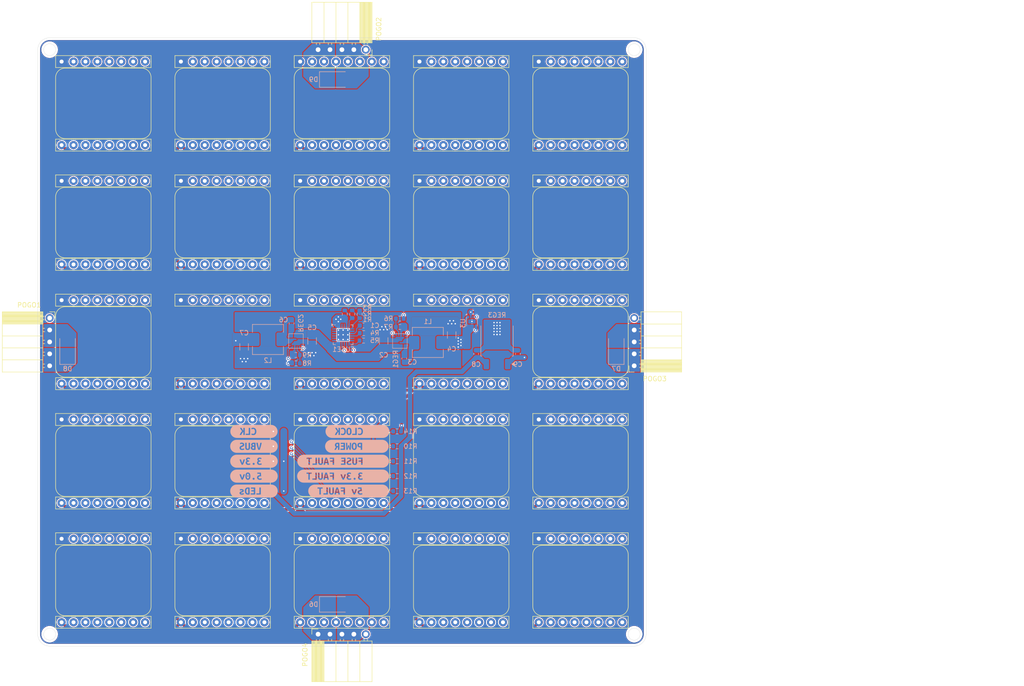
<source format=kicad_pcb>
(kicad_pcb (version 20241229) (generator "pcbnew") (generator_version "9.0")
  (layers (0 "F.Cu" signal) (4 "In1.Cu" signal) (6 "In2.Cu" signal) (2 "B.Cu" signal) (13 "F.Paste" user) (15 "B.Paste" user) (5 "F.SilkS" user "F.Silkscreen") (7 "B.SilkS" user "B.Silkscreen") (1 "F.Mask" user) (3 "B.Mask" user) (25 "Edge.Cuts" user))
  (net 0 "")
  (net 2 "+3.3V")
  (net 4 "CLK")
  (net 9 "GND")
  (net 10 "+5V")
  (net 30 "Net-(FUSE1-dVdT)")
  (net 31 "VBUS_P")
  (net 32 "Net-(REG1-SW)")
  (net 33 "Net-(REG1-BOOT)")
  (net 34 "Net-(REG2-BOOT)")
  (net 35 "Net-(REG2-SW)")
  (net 36 "+5V LED")
  (net 37 "VBUS")
  (net 38 "Net-(D1-A)")
  (net 39 "FAULT")
  (net 40 "Net-(D2-A)")
  (net 41 "Net-(D3-A)")
  (net 42 "PG_3V")
  (net 43 "PG_5V")
  (net 44 "Net-(D4-A)")
  (net 45 "Net-(D5-A)")
  (net 46 "CLK_LOW")
  (net 47 "Net-(FUSE1-UVLO)")
  (net 48 "PGOOD")
  (net 49 "Net-(FUSE1-OVP)")
  (net 50 "IMON")
  (net 51 "SHUTDOWN")
  (net 52 "Net-(FUSE1-ILIM)")
  (net 54 "AGND")
  (net 55 "Net-(REG1-FB)")
  (net 56 "Net-(REG2-FB)")
  (footprint "MiniBadge:MiniBadge_Slot_Basic" (layer "F.Cu") (at 151.13 74.93)
    (property "Reference" "MB15" (hide yes))
    (property "Value" "MiniBadge_Simple")
  )
  (footprint "MiniBadge:MiniBadge_Slot_Reflective" (layer "F.Cu") (at 125.73 24.13)
    (property "Reference" "MB4" (hide yes))
    (property "Value" "MiniBadge_Simple")
  )
  (footprint "MiniBadge:MiniBadge_Slot_Reflective" (layer "F.Cu") (at 74.93 100.33)
    (property "Reference" "MB17" (hide yes))
    (property "Value" "MiniBadge_Simple")
  )
  (footprint "MiniBadge:MiniBadge_Slot_Reflective" (layer "F.Cu") (at 74.93 49.53)
    (property "Reference" "MB7" (hide yes))
    (property "Value" "MiniBadge_Simple")
  )
  (footprint "MiniBadge:MiniBadge_Slot_Reflective" (layer "F.Cu") (at 151.13 125.73)
    (property "Reference" "MB25" (hide yes))
    (property "Value" "MiniBadge_Simple")
  )
  (footprint "MiniBadge:MiniBadge_Slot_Basic" (layer "F.Cu") (at 100.33 74.93)
    (property "Reference" "MB13" (hide yes))
    (property "Value" "MiniBadge_Simple")
  )
  (footprint "MiniBadge:MiniBadge_Slot_Reflective" (layer "F.Cu") (at 125.73 100.33)
    (property "Reference" "MB19" (hide yes))
    (property "Value" "MiniBadge_Simple")
  )
  (footprint "MiniBadge:MiniBadge_Slot_Reflective" (layer "F.Cu") (at 125.73 49.53)
    (property "Reference" "MB9" (hide yes))
    (property "Value" "MiniBadge_Simple")
  )
  (footprint "Connector_PinSocket_2.54mm:PinSocket_1x05_P2.54mm_Horizontal" (layer "F.Cu") (at 198.12 90.17 180)
    (property "Reference" "POGO3")
    (property "Value" "Right - Socket")
  )
  (footprint "MiniBadge:MiniBadge_Slot_Reflective" (layer "F.Cu") (at 74.93 24.13)
    (property "Reference" "MB2" (hide yes))
    (property "Value" "MiniBadge_Simple")
  )
  (footprint "MiniBadge:MiniBadge_Slot_Reflective" (layer "F.Cu") (at 100.33 24.13)
    (property "Reference" "MB3" (hide yes))
    (property "Value" "MiniBadge_Simple")
  )
  (footprint "MiniBadge:MiniBadge_Slot_Reflective" (layer "F.Cu") (at 151.13 24.13)
    (property "Reference" "MB5" (hide yes))
    (property "Value" "MiniBadge_Simple")
  )
  (footprint "MiniBadge:MiniBadge_Slot_Reflective" (layer "F.Cu") (at 151.13 49.53)
    (property "Reference" "MB10" (hide yes))
    (property "Value" "MiniBadge_Simple")
  )
  (footprint "MiniBadge:MiniBadge_Slot_Reflective" (layer "F.Cu") (at 176.53 74.93)
    (property "Reference" "MB16" (hide yes))
    (property "Value" "MiniBadge_Simple")
  )
  (footprint "MiniBadge:MiniBadge_Slot_Reflective" (layer "F.Cu") (at 151.13 100.33)
    (property "Reference" "MB20" (hide yes))
    (property "Value" "MiniBadge_Simple")
  )
  (footprint "MiniBadge:MiniBadge_Slot_Reflective" (layer "F.Cu") (at 176.53 49.53)
    (property "Reference" "MB11" (hide yes))
    (property "Value" "MiniBadge_Simple")
  )
  (footprint "MiniBadge:MiniBadge_Slot_Reflective" (layer "F.Cu") (at 100.33 100.33)
    (property "Reference" "MB18" (hide yes))
    (property "Value" "MiniBadge_Simple")
  )
  (footprint "Connector_PinSocket_2.54mm:PinSocket_1x05_P2.54mm_Horizontal" (layer "F.Cu") (at 130.81 147.32 90)
    (property "Reference" "POGO4")
    (property "Value" "Bottom - Socket")
  )
  (footprint "MiniBadge:MiniBadge_Slot_Reflective" (layer "F.Cu") (at 100.33 49.53)
    (property "Reference" "MB8" (hide yes))
    (property "Value" "MiniBadge_Simple")
  )
  (footprint "MiniBadge:MiniBadge_Slot_Reflective" (layer "F.Cu") (at 176.53 24.13)
    (property "Reference" "MB6" (hide yes))
    (property "Value" "MiniBadge_Simple")
  )
  (footprint "MiniBadge:MiniBadge_Slot_Reflective" (layer "F.Cu") (at 176.53 100.33)
    (property "Reference" "MB21" (hide yes))
    (property "Value" "MiniBadge_Simple")
  )
  (footprint "MiniBadge:MiniBadge_Slot_Reflective" (layer "F.Cu") (at 74.93 125.73)
    (property "Reference" "MB22" (hide yes))
    (property "Value" "MiniBadge_Simple")
  )
  (footprint "MiniBadge:MiniBadge_Slot_Reflective" (layer "F.Cu") (at 74.93 74.93)
    (property "Reference" "MB12" (hide yes))
    (property "Value" "MiniBadge_Simple")
  )
  (footprint "MiniBadge:MiniBadge_Slot_Reflective" (layer "F.Cu") (at 125.73 125.73)
    (property "Reference" "MB24" (hide yes))
    (property "Value" "MiniBadge_Simple")
  )
  (footprint "Connector_PinSocket_2.54mm:PinSocket_1x05_P2.54mm_Horizontal" (layer "F.Cu") (at 73.66 80.01)
    (property "Reference" "POGO1")
    (property "Value" "Left - Pins")
  )
  (footprint "MiniBadge:MiniBadge_Slot_Reflective" (layer "F.Cu") (at 100.33 125.73)
    (property "Reference" "MB23" (hide yes))
    (property "Value" "MiniBadge_Simple")
  )
  (footprint "MiniBadge:MiniBadge_Slot_Basic" (layer "F.Cu") (at 125.73 74.93)
    (property "Reference" "MB14" (hide yes))
    (property "Value" "MiniBadge_Simple")
  )
  (footprint "Connector_PinSocket_2.54mm:PinSocket_1x05_P2.54mm_Horizontal" (layer "F.Cu") (at 140.97 22.86 -90)
    (property "Reference" "POGO2")
    (property "Value" "Top - Pins")
  )
  (footprint "MiniBadge:MiniBadge_Slot_Reflective" (layer "F.Cu") (at 176.53 125.73)
    (property "Reference" "MB1" (hide yes))
    (property "Value" "MiniBadge_Simple")
  )
  (footprint "LED_SMD:LED_0805_2012Metric" (layer "B.Cu") (at 143.51 113.665)
    (property "Reference" "D3" (hide yes))
    (property "Value" "3.3V FAULT")
  )
  (footprint "Package_DFN_QFN:VQFN-24-1EP_4x4mm_P0.5mm_EP2.5x2.5mm_ThermalVias" (layer "B.Cu") (at 136.144 83.566 -90)
    (property "Reference" "FUSE1")
    (property "Value" "TPS1663x (VQFN)")
  )
  (footprint "Capacitor_SMD:C_1206_3216Metric" (layer "B.Cu") (at 144.78 84.885 90)
    (property "Reference" "C2")
    (property "Value" "30μF")
  )
  (footprint "Capacitor_SMD:C_1206_3216Metric" (layer "B.Cu") (at 129.54 84.885 -90)
    (property "Reference" "C5")
    (property "Value" "30μF")
  )
  (footprint "Resistor_SMD:R_0603_1608Metric" (layer "B.Cu") (at 139.6675 79.185 90)
    (property "Reference" "R3")
    (property "Value" "75kΩ")
  )
  (footprint "Resistor_SMD:R_0603_1608Metric" (layer "B.Cu") (at 126.111 87.8695 180)
    (property "Reference" "R9")
    (property "Value" "10kΩ")
  )
  (footprint "Resistor_SMD:R_0603_1608Metric" (layer "B.Cu") (at 147.6375 104.14)
    (property "Reference" "R14")
    (property "Value" "1.5kΩ")
  )
  (footprint "Capacitor_SMD:C_0603_1608Metric" (layer "B.Cu") (at 173.355 87.64 90)
    (property "Reference" "C9")
    (property "Value" "0.33μF")
  )
  (footprint "kibuzzard-69632F12" (layer "B.Cu") (at 136.144 110.49 180)
    (property "Reference" "kibuzzard-69632F12" (hide yes))
    (property "Value" "G***" (hide yes))
  )
  (footprint "Resistor_SMD:R_0603_1608Metric" (layer "B.Cu") (at 147.6375 107.315)
    (property "Reference" "R10")
    (property "Value" "1kΩ")
  )
  (footprint "Resistor_SMD:R_0603_1608Metric" (layer "B.Cu") (at 148.209 80.1225 180)
    (property "Reference" "R6")
    (property "Value" "45Ω")
  )
  (footprint "Inductor_SMD:L_6.3x6.3_H3" (layer "B.Cu") (at 154.178 85.2025 180)
    (property "Reference" "L1")
    (property "Value" "2.2μH")
  )
  (footprint "Resistor_SMD:R_0603_1608Metric" (layer "B.Cu") (at 140.525 83.2175)
    (property "Reference" "R4")
    (property "Value" "5.6kΩ")
  )
  (footprint "Capacitor_SMD:C_1206_3216Metric" (layer "B.Cu") (at 115.062 86.155 -90)
    (property "Reference" "C7")
    (property "Value" "30μF")
  )
  (footprint "kibuzzard-6963405F" (layer "B.Cu") (at 117.1575 110.49 180)
    (property "Reference" "kibuzzard-6963405F" (hide yes))
    (property "Value" "G***" (hide yes))
  )
  (footprint "Capacitor_SMD:C_0603_1608Metric" (layer "B.Cu") (at 125.1585 81.1515 90)
    (property "Reference" "C6")
    (property "Value" "0.1μF")
  )
  (footprint "TestPoint:TestPoint_Pad_D1.5mm" (layer "B.Cu") (at 123.5075 110.49)
    (property "Reference" "TP12" (hide yes))
    (property "Value" "GND")
  )
  (footprint "TestPoint:TestPoint_Pad_D1.5mm" (layer "B.Cu") (at 120.9675 104.14)
    (property "Reference" "TP3" (hide yes))
    (property "Value" "CLK_LOW")
  )
  (footprint "Capacitor_SMD:C_0603_1608Metric" (layer "B.Cu") (at 140.475 81.5975)
    (property "Reference" "C1")
    (property "Value" "47nF")
  )
  (footprint "LED_SMD:LED_0805_2012Metric" (layer "B.Cu") (at 143.495 104.14)
    (property "Reference" "D5" (hide yes))
    (property "Value" "CLOCK")
  )
  (footprint "Resistor_SMD:R_0603_1608Metric" (layer "B.Cu") (at 148.209 81.9005)
    (property "Reference" "R7")
    (property "Value" "10kΩ")
  )
  (footprint "TestPoint:TestPoint_Pad_D1.5mm" (layer "B.Cu") (at 120.9675 110.49)
    (property "Reference" "TP6" (hide yes))
    (property "Value" "+3.3v")
  )
  (footprint "TPS56637:TPS56637 VQFN-HR (10)" (layer "B.Cu") (at 148.223999 84.885 -90)
    (property "Reference" "REG1")
    (property "Value" "TPS56637 3.3v")
  )
  (footprint "kibuzzard-69634119" (layer "B.Cu") (at 117.1575 104.14 180)
    (property "Reference" "kibuzzard-69634119" (hide yes))
    (property "Value" "G***" (hide yes))
  )
  (footprint "Capacitor_SMD:C_0603_1608Metric" (layer "B.Cu") (at 164.465 87.64 90)
    (property "Reference" "C8")
    (property "Value" "0.1μF")
  )
  (footprint "NetTie:NetTie-2_SMD_Pad0.5mm" (layer "B.Cu") (at 125.857 85.7105 90)
    (property "Reference" "NT2" (hide yes))
    (property "Value" "NT" (hide yes))
  )
  (footprint "Resistor_SMD:R_0603_1608Metric" (layer "B.Cu") (at 140.4825 84.805)
    (property "Reference" "R5")
    (property "Value" "22kΩ")
  )
  (footprint "Inductor_SMD:L_6.3x6.3_H3" (layer "B.Cu") (at 120.142 84.5675)
    (property "Reference" "L2")
    (property "Value" "3.3μH")
  )
  (footprint "kibuzzard-6963413C" (layer "B.Cu") (at 117.1575 116.84 180)
    (property "Reference" "kibuzzard-6963413C" (hide yes))
    (property "Value" "G***" (hide yes))
  )
  (footprint "Resistor_SMD:R_0603_1608Metric" (layer "B.Cu") (at 138.08 79.185 90)
    (property "Reference" "R2")
    (property "Value" "430kΩ")
  )
  (footprint "Capacitor_SMD:C_0603_1608Metric" (layer "B.Cu") (at 149.1615 88.6185 -90)
    (property "Reference" "C3")
    (property "Value" "0.1μF")
  )
  (footprint "TestPoint:TestPoint_Pad_D1.5mm" (layer "B.Cu") (at 120.9675 116.84)
    (property "Reference" "TP8" (hide yes))
    (property "Value" "LED LDO")
  )
  (footprint "kibuzzard-69632F20" (layer "B.Cu") (at 136.144 113.665 180)
    (property "Reference" "kibuzzard-69632F20" (hide yes))
    (property "Value" "G***" (hide yes))
  )
  (footprint "kibuzzard-69632F9B" (layer "B.Cu") (at 139.192 104.14 180)
    (property "Reference" "kibuzzard-69632F9B" (hide yes))
    (property "Value" "G***" (hide yes))
  )
  (footprint "Resistor_SMD:R_0603_1608Metric" (layer "B.Cu") (at 147.6375 113.665)
    (property "Reference" "R12")
    (property "Value" "1.5kΩ")
  )
  (footprint "Diode_SMD:D_SMA" (layer "B.Cu") (at 134.62 29.21)
    (property "Reference" "D9")
    (property "Value" "≥33V")
  )
  (footprint "kibuzzard-69632EEE" (layer "B.Cu") (at 139.065 107.315 180)
    (property "Reference" "kibuzzard-69632EEE" (hide yes))
    (property "Value" "G***" (hide yes))
  )
  (footprint "Resistor_SMD:R_0603_1608Metric" (layer "B.Cu") (at 136.4925 79.185 90)
    (property "Reference" "R1")
    (property "Value" "1.5MΩ")
  )
  (footprint "TestPoint:TestPoint_Pad_D1.5mm" (layer "B.Cu") (at 120.9675 107.315)
    (property "Reference" "TP1" (hide yes))
    (property "Value" "VBUS")
  )
  (footprint "LED_SMD:LED_0805_2012Metric" (layer "B.Cu") (at 143.51 107.315)
    (property "Reference" "D1" (hide yes))
    (property "Value" "POWER")
  )
  (footprint "TPS56637:TPS56637 VQFN-HR (10)" (layer "B.Cu") (at 126.096001 84.885 90)
    (property "Reference" "REG2")
    (property "Value" "TPS56637 5V")
  )
  (footprint "kibuzzard-69632F6C" (layer "B.Cu") (at 137.287 116.84 180)
    (property "Reference" "kibuzzard-69632F6C" (hide yes))
    (property "Value" "G***" (hide yes))
  )
  (footprint "kibuzzard-696340B6" (layer "B.Cu") (at 117.1575 113.665 180)
    (property "Reference" "kibuzzard-696340B6" (hide yes))
    (property "Value" "G***" (hide yes))
  )
  (footprint "TestPoint:TestPoint_Pad_D1.5mm" (layer "B.Cu") (at 120.9675 113.665)
    (property "Reference" "TP7" (hide yes))
    (property "Value" "+5v")
  )
  (footprint "Capacitor_SMD:C_1206_3216Metric" (layer "B.Cu") (at 159.258 83.615 90)
    (property "Reference" "C4")
    (property "Value" "30μF")
  )
  (footprint "LED_SMD:LED_0805_2012Metric" (layer "B.Cu") (at 143.51 116.84)
    (property "Reference" "D4" (hide yes))
    (property "Value" "5V FAULT")
  )
  (footprint "LED_SMD:LED_0805_2012Metric" (layer "B.Cu") (at 143.495 110.49)
    (property "Reference" "D2" (hide yes))
    (property "Value" "FUSE FAULT")
  )
  (footprint "NetTie:NetTie-2_SMD_Pad0.5mm" (layer "B.Cu") (at 148.463 84.0255 -90)
    (property "Reference" "NT1" (hide yes))
    (property "Value" "NT" (hide yes))
  )
  (footprint "Diode_SMD:D_SMA" (layer "B.Cu") (at 77.47 86.36 90)
    (property "Reference" "D8")
    (property "Value" "≥33V")
  )
  (footprint "Package_SON:WSON-8-1EP_2x2mm_P0.5mm_EP0.9x1.6mm" (layer "B.Cu") (at 163.576 80.7275 -90)
    (property "Reference" "U3")
    (property "Value" "DRV1")
  )
  (footprint "Resistor_SMD:R_0603_1608Metric" (layer "B.Cu") (at 147.6375 110.49)
    (property "Reference" "R11")
    (property "Value" "1.5kΩ")
  )
  (footprint "Diode_SMD:D_SMA" (layer "B.Cu") (at 194.31 86.36 90)
    (property "Reference" "D7")
    (property "Value" "≥33V")
  )
  (footprint "kibuzzard-69633F6A" (layer "B.Cu") (at 117.1575 107.315 180)
    (property "Reference" "kibuzzard-69633F6A" (hide yes))
    (property "Value" "G***" (hide yes))
  )
  (footprint "Resistor_SMD:R_0603_1608Metric" (layer "B.Cu") (at 147.6375 116.84)
    (property "Reference" "R13")
    (property "Value" "1.5kΩ")
  )
  (footprint "Resistor_SMD:R_0603_1608Metric" (layer "B.Cu") (at 126.111 89.6475)
    (property "Reference" "R8")
    (property "Value" "74kΩ")
  )
  (footprint "Package_TO_SOT_SMD:TO-252-2" (layer "B.Cu") (at 168.91 84.7725 90)
    (property "Reference" "REG3")
    (property "Value" "L78M05ABDT")
  )
  (footprint "Diode_SMD:D_SMA" (layer "B.Cu") (at 134.62 140.97)
    (property "Reference" "D6")
    (property "Value" "≥33V")
  )
  (gr_line (start 71.12 147.32) (end 71.12 22.86) (stroke (width 0.05)) (layer "Edge.Cuts"))
  (gr_arc (start 71.12 22.86) (mid 71.863949 21.063949) (end 73.66 20.32) (stroke (width 0.05)) (layer "Edge.Cuts"))
  (gr_line (start 200.66 22.86) (end 200.66 147.32) (stroke (width 0.05)) (layer "Edge.Cuts"))
  (gr_line (start 73.66 20.32) (end 198.12 20.32) (stroke (width 0.05)) (layer "Edge.Cuts"))
  (gr_circle (center 73.66 22.86) (end 74.93 22.86) (stroke (width 0.05)) (fill no) (layer "Edge.Cuts"))
  (gr_arc (start 200.66 147.32) (mid 199.916051 149.116051) (end 198.12 149.86) (stroke (width 0.05)) (layer "Edge.Cuts"))
  (gr_circle (center 73.66 147.32) (end 74.93 147.32) (stroke (width 0.05)) (fill no) (layer "Edge.Cuts"))
  (gr_circle (center 198.12 147.32) (end 199.39 147.32) (stroke (width 0.05)) (fill no) (layer "Edge.Cuts"))
  (gr_arc (start 198.12 20.32) (mid 199.916051 21.063949) (end 200.66 22.86) (stroke (width 0.05)) (layer "Edge.Cuts"))
  (gr_arc (start 73.66 149.86) (mid 71.863949 149.116051) (end 71.12 147.32) (stroke (width 0.05)) (layer "Edge.Cuts"))
  (gr_circle (center 198.12 22.86) (end 199.39 22.86) (stroke (width 0.05)) (fill no) (layer "Edge.Cuts"))
  (gr_line (start 198.12 149.86) (end 73.66 149.86) (stroke (width 0.05)) (layer "Edge.Cuts"))
  (via (at 160.655 84.2645) (size 0.6) (drill 0.3) (layers "F.Cu" "B.Cu") (net 2))
  (via (at 161.2265 85.217) (size 0.6) (drill 0.3) (layers "F.Cu" "B.Cu") (net 2))
  (via (at 160.655 85.5345) (size 0.6) (drill 0.3) (layers "F.Cu" "B.Cu") (net 2))
  (via (at 121.285 110.49) (size 0.6) (drill 0.3) (layers "F.Cu" "B.Cu") (net 2))
  (via (at 160.655 84.8995) (size 0.6) (drill 0.3) (layers "F.Cu" "B.Cu") (net 2))
  (via (at 161.2265 85.852) (size 0.6) (drill 0.3) (layers "F.Cu" "B.Cu") (net 2))
  (via (at 160.655 86.1695) (size 0.6) (drill 0.3) (layers "F.Cu" "B.Cu") (net 2))
  (via (at 149.0345 79.375) (size 0.6) (drill 0.3) (layers "F.Cu" "B.Cu") (net 2))
  (via (at 161.2265 84.582) (size 0.6) (drill 0.3) (layers "F.Cu" "B.Cu") (net 2))
  (segment (start 149.0345 79.375) (end 149.0345 80.122) (width 0.2) (layer "B.Cu") (net 2))
  (segment (start 149.0345 80.122) (end 149.034 80.1225) (width 0.2) (layer "B.Cu") (net 2))
  (segment (start 152.4 119.38) (end 151.024 120.756) (width 0.6) (layer "F.Cu") (net 4))
  (segment (start 176.424 120.756) (end 153.776 120.756) (width 0.6) (layer "F.Cu") (net 4))
  (segment (start 176.424 69.956) (end 177.8 68.58) (width 0.6) (layer "F.Cu") (net 4))
  (segment (start 76.2 144.78) (end 77.576 146.156) (width 0.6) (layer "F.Cu") (net 4))
  (segment (start 152.4 119.38) (end 150.629242 121.150758) (width 0.6) (layer "F.Cu") (net 4))
  (segment (start 153.776 69.956) (end 176.424 69.956) (width 0.6) (layer "F.Cu") (net 4))
  (segment (start 153.776 95.356) (end 152.4 93.98) (width 0.6) (layer "F.Cu") (net 4))
  (segment (start 176.424 44.556) (end 153.776 44.556) (width 0.6) (layer "F.Cu") (net 4))
  (segment (start 99.829242 95.750758) (end 99.829242 117.609242) (width 0.6) (layer "F.Cu") (net 4))
  (segment (start 102.976 95.356) (end 101.6 93.98) (width 0.6) (layer "F.Cu") (net 4))
  (segment (start 127 68.58) (end 128.376 69.956) (width 0.6) (layer "F.Cu") (net 4))
  (segment (start 99.829242 143.009242) (end 101.6 144.78) (width 0.6) (layer "F.Cu") (net 4))
  (segment (start 151.024 95.356) (end 128.376 95.356) (width 0.6) (layer "F.Cu") (net 4))
  (segment (start 128.376 120.756) (end 127 119.38) (width 0.6) (layer "F.Cu") (net 4))
  (segment (start 77.576 95.356) (end 76.2 93.98) (width 0.6) (layer "F.Cu") (net 4))
  (segment (start 100.224 146.156) (end 101.6 144.78) (width 0.6) (layer "F.Cu") (net 4))
  (segment (start 125.624 69.956) (end 127 68.58) (width 0.6) (layer "F.Cu") (net 4))
  (segment (start 77.576 120.756) (end 100.224 120.756) (width 0.6) (layer "F.Cu") (net 4))
  (segment (start 148.59 97.79) (end 148.59 102.87) (width 0.6) (layer "F.Cu") (net 4))
  (segment (start 151.024 69.956) (end 152.4 68.58) (width 0.6) (layer "F.Cu") (net 4))
  (segment (start 150.629242 143.009242) (end 152.4 144.78) (width 0.6) (layer "F.Cu") (net 4))
  (segment (start 101.6 68.58) (end 100.224 69.956) (width 0.6) (layer "F.Cu") (net 4))
  (segment (start 100.224 92.604) (end 101.6 93.98) (width 0.6) (layer "F.Cu") (net 4))
  (segment (start 177.8 93.98) (end 176.424 95.356) (width 0.6) (layer "F.Cu") (net 4))
  (segment (start 101.6 144.78) (end 102.976 146.156) (width 0.6) (layer "F.Cu") (net 4))
  (segment (start 163.322 78.74) (end 170.688 78.74) (width 0.6) (layer "F.Cu") (net 4))
  (segment (start 77.576 69.956) (end 100.224 69.956) (width 0.6) (layer "F.Cu") (net 4))
  (segment (start 127 43.18) (end 125.624 44.556) (width 0.6) (layer "F.Cu") (net 4))
  (segment (start 101.6 68.58) (end 102.976 69.956) (width 0.6) (layer "F.Cu") (net 4))
  (segment (start 101.6 93.98) (end 99.829242 95.750758) (width 0.6) (layer "F.Cu") (net 4))
  (segment (start 153.776 120.756) (end 152.4 119.38) (width 0.6) (layer "F.Cu") (net 4))
  (segment (start 99.829242 117.609242) (end 101.6 119.38) (width 0.6) (layer "F.Cu") (net 4))
  (segment (start 99.829242 44.950758) (end 99.829242 66.809242) (width 0.6) (layer "F.Cu") (net 4))
  (segment (start 152.4 93.98) (end 148.59 97.79) (width 0.6) (layer "F.Cu") (net 4))
  (segment (start 150.629242 121.150758) (end 150.629242 143.009242) (width 0.6) (layer "F.Cu") (net 4))
  (segment (start 100.224 120.756) (end 101.6 119.38) (width 0.6) (layer "F.Cu") (net 4))
  (segment (start 101.6 43.18) (end 100.224 44.556) (width 0.6) (layer "F.Cu") (net 4))
  (segment (start 176.424 95.356) (end 153.776 95.356) (width 0.6) (layer "F.Cu") (net 4))
  (segment (start 102.976 69.956) (end 125.624 69.956) (width 0.6) (layer "F.Cu") (net 4))
  (segment (start 99.829242 121.150758) (end 99.829242 143.009242) (width 0.6) (layer "F.Cu") (net 4))
  (segment (start 177.8 119.38) (end 176.424 120.756) (width 0.6) (layer "F.Cu") (net 4))
  (segment (start 102.976 44.556) (end 101.6 43.18) (width 0.6) (layer "F.Cu") (net 4))
  (segment (start 125.624 146.156) (end 127 144.78) (width 0.6) (layer "F.Cu") (net 4))
  (segment (start 100.224 44.556) (end 77.576 44.556) (width 0.6) (layer "F.Cu") (net 4))
  (segment (start 177.8 71.628) (end 177.8 68.58) (width 0.6) (layer "F.Cu") (net 4))
  (segment (start 100.224 69.956) (end 100.224 92.604) (width 0.6) (layer "F.Cu") (net 4))
  (segment (start 152.4 93.98) (end 151.024 95.356) (width 0.6) (layer "F.Cu") (net 4))
  (segment (start 101.6 43.18) (end 99.829242 44.950758) (width 0.6) (layer "F.Cu") (net 4))
  (segment (start 176.424 146.156) (end 177.8 144.78) (width 0.6) (layer "F.Cu") (net 4))
  (segment (start 127 119.38) (end 125.624 120.756) (width 0.6) (layer "F.Cu") (net 4))
  (segment (start 152.4 43.18) (end 151.024 44.556) (width 0.6) (layer "F.Cu") (net 4))
  (segment (start 153.776 146.156) (end 176.424 146.156) (width 0.6) (layer "F.Cu") (net 4))
  (segment (start 102.976 120.756) (end 101.6 119.38) (width 0.6) (layer "F.Cu") (net 4))
  (segment (start 177.8 43.18) (end 176.424 44.556) (width 0.6) (layer "F.Cu") (net 4))
  (segment (start 128.376 44.556) (end 127 43.18) (width 0.6) (layer "F.Cu") (net 4))
  (segment (start 152.4 68.58) (end 153.776 69.956) (width 0.6) (layer "F.Cu") (net 4))
  (segment (start 76.2 68.58) (end 77.576 69.956) (width 0.6) (layer "F.Cu") (net 4))
  (segment (start 151.024 120.756) (end 128.376 120.756) (width 0.6) (layer "F.Cu") (net 4))
  (segment (start 125.624 44.556) (end 102.976 44.556) (width 0.6) (layer "F.Cu") (net 4))
  (segment (start 125.624 120.756) (end 102.976 120.756) (width 0.6) (layer "F.Cu") (net 4))
  (segment (start 151.024 44.556) (end 128.376 44.556) (width 0.6) (layer "F.Cu") (net 4))
  (segment (start 101.6 119.38) (end 99.829242 121.150758) (width 0.6) (layer "F.Cu") (net 4))
  (segment (start 170.688 78.74) (end 177.8 71.628) (width 0.6) (layer "F.Cu") (net 4))
  (segment (start 76.2 119.38) (end 77.576 120.756) (width 0.6) (layer "F.Cu") (net 4))
  (segment (start 125.624 95.356) (end 102.976 95.356) (width 0.6) (layer "F.Cu") (net 4))
  (segment (start 153.776 44.556) (end 152.4 43.18) (width 0.6) (layer "F.Cu") (net 4))
  (segment (start 77.576 44.556) (end 76.2 43.18) (width 0.6) (layer "F.Cu") (net 4))
  (segment (start 99.829242 66.809242) (end 101.6 68.58) (width 0.6) (layer "F.Cu") (net 4))
  (segment (start 152.4 144.78) (end 153.776 146.156) (width 0.6) (layer "F.Cu") (net 4))
  (segment (start 101.6 93.98) (end 100.224 95.356) (width 0.6) (layer "F.Cu") (net 4))
  (segment (start 127 93.98) (end 125.624 95.356) (width 0.6) (layer "F.Cu") (net 4))
  (segment (start 128.376 69.956) (end 151.024 69.956) (width 0.6) (layer "F.Cu") (net 4))
  (segment (start 77.576 146.156) (end 100.224 146.156) (width 0.6) (layer "F.Cu") (net 4))
  (segment (start 100.224 95.356) (end 77.576 95.356) (width 0.6) (layer "F.Cu") (net 4))
  (segment (start 128.376 95.356) (end 127 93.98) (width 0.6) (layer "F.Cu") (net 4))
  (segment (start 102.976 146.156) (end 125.624 146.156) (width 0.6) (layer "F.Cu") (net 4))
  (via (at 163.322 78.74) (size 0.6) (drill 0.3) (layers "F.Cu" "B.Cu") (net 4))
  (via (at 148.59 102.87) (size 0.6) (drill 0.3) (layers "F.Cu" "B.Cu") (net 4))
  (segment (start 148.59 104.0125) (end 148.4625 104.14) (width 0.6) (layer "B.Cu") (net 4))
  (segment (start 148.59 102.87) (end 148.59 104.0125) (width 0.6) (layer "B.Cu") (net 4))
  (via (at 144.78 82.4865) (size 0.6) (drill 0.3) (layers "F.Cu" "B.Cu") (net 9))
  (via (at 159.639 80.5815) (size 0.6) (drill 0.3) (layers "F.Cu" "B.Cu") (net 9))
  (via (at 168.91 82.2425) (size 0.6) (drill 0.3) (layers "F.Cu" "B.Cu") (net 9))
  (via (at 158.877 80.5815) (size 0.6) (drill 0.3) (layers "F.Cu" "B.Cu") (net 9))
  (via (at 129.159 88.011) (size 0.6) (drill 0.3) (layers "F.Cu" "B.Cu") (net 9))
  (via (at 168.275 82.2425) (size 0.6) (drill 0.3) (layers "F.Cu" "B.Cu") (net 9))
  (via (at 168.91 83.5125) (size 0.6) (drill 0.3) (layers "F.Cu" "B.Cu") (net 9))
  (via (at 129.54 87.376) (size 0.6) (drill 0.3) (layers "F.Cu" "B.Cu") (net 9))
  (via (at 169.545 80.9725) (size 0.6) (drill 0.3) (layers "F.Cu" "B.Cu") (net 9))
  (via (at 144.399 81.8515) (size 0.6) (drill 0.3) (layers "F.Cu" "B.Cu") (net 9))
  (via (at 123.5075 110.49) (size 0.6) (drill 0.3) (layers "F.Cu" "B.Cu") (net 9))
  (via (at 168.275 81.6075) (size 0.6) (drill 0.3) (layers "F.Cu" "B.Cu") (net 9))
  (via (at 128.778 87.376) (size 0.6) (drill 0.3) (layers "F.Cu" "B.Cu") (net 9))
  (via (at 168.275 80.9725) (size 0.6) (drill 0.3) (layers "F.Cu" "B.Cu") (net 9))
  (via (at 123.5075 116.84) (size 0.6) (drill 0.3) (layers "F.Cu" "B.Cu") (net 9))
  (via (at 115.443 89.281) (size 0.6) (drill 0.3) (layers "F.Cu" "B.Cu") (net 9))
  (via (at 159.258 81.2165) (size 0.6) (drill 0.3) (layers "F.Cu" "B.Cu") (net 9))
  (via (at 168.275 82.8775) (size 0.6) (drill 0.3) (layers "F.Cu" "B.Cu") (net 9))
  (via (at 145.542 82.4865) (size 0.6) (drill 0.3) (layers "F.Cu" "B.Cu") (net 9))
  (via (at 114.681 89.281) (size 0.6) (drill 0.3) (layers "F.Cu" "B.Cu") (net 9))
  (via (at 114.3 88.646) (size 0.6) (drill 0.3) (layers "F.Cu" "B.Cu") (net 9))
  (via (at 130.302 87.376) (size 0.6) (drill 0.3) (layers "F.Cu" "B.Cu") (net 9))
  (via (at 168.91 80.9725) (size 0.6) (drill 0.3) (layers "F.Cu" "B.Cu") (net 9))
  (via (at 169.545 82.8775) (size 0.6) (drill 0.3) (layers "F.Cu" "B.Cu") (net 9))
  (via (at 169.545 83.5125) (size 0.6) (drill 0.3) (layers "F.Cu" "B.Cu") (net 9))
  (via (at 144.018 82.4865) (size 0.6) (drill 0.3) (layers "F.Cu" "B.Cu") (net 9))
  (via (at 168.91 83.5125) (size 0.6) (drill 0.3) (layers "F.Cu" "B.Cu") (net 9))
  (via (at 168.275 83.5125) (size 0.6) (drill 0.3) (layers "F.Cu" "B.Cu") (net 9))
  (via (at 115.824 88.646) (size 0.6) (drill 0.3) (layers "F.Cu" "B.Cu") (net 9))
  (via (at 168.91 81.6075) (size 0.6) (drill 0.3) (layers "F.Cu" "B.Cu") (net 9))
  (via (at 145.161 81.8515) (size 0.6) (drill 0.3) (layers "F.Cu" "B.Cu") (net 9))
  (via (at 163.576 80.7275) (size 0.6) (drill 0.3) (layers "F.Cu" "B.Cu") (net 9))
  (via (at 160.02 81.2165) (size 0.6) (drill 0.3) (layers "F.Cu" "B.Cu") (net 9))
  (via (at 129.921 88.011) (size 0.6) (drill 0.3) (layers "F.Cu" "B.Cu") (net 9))
  (via (at 164.592 79.756) (size 0.6) (drill 0.3) (layers "F.Cu" "B.Cu") (net 9))
  (via (at 169.545 82.2425) (size 0.6) (drill 0.3) (layers "F.Cu" "B.Cu") (net 9))
  (via (at 168.91 82.8775) (size 0.6) (drill 0.3) (layers "F.Cu" "B.Cu") (net 9))
  (via (at 158.496 81.2165) (size 0.6) (drill 0.3) (layers "F.Cu" "B.Cu") (net 9))
  (via (at 115.062 88.646) (size 0.6) (drill 0.3) (layers "F.Cu" "B.Cu") (net 9))
  (via (at 169.545 81.6075) (size 0.6) (drill 0.3) (layers "F.Cu" "B.Cu") (net 9))
  (segment (start 165.5575 86.865) (end 168.91 83.5125) (width 1) (layer "B.Cu") (net 9))
  (segment (start 142.5575 104.14) (end 142.5575 107.3) (width 0.6) (layer "B.Cu") (net 9))
  (segment (start 164.465 86.865) (end 165.5575 86.865) (width 1) (layer "B.Cu") (net 9))
  (segment (start 144.78 101.6) (end 144.78 101.9175) (width 0.6) (layer "B.Cu") (net 9))
  (segment (start 172.2625 86.865) (end 168.91 83.5125) (width 1) (layer "B.Cu") (net 9))
  (segment (start 144.78 101.9175) (end 142.5575 104.14) (width 0.6) (layer "B.Cu") (net 9))
  (segment (start 173.355 86.865) (end 172.2625 86.865) (width 1) (layer "B.Cu") (net 9))
  (segment (start 142.5575 107.3) (end 142.5725 107.315) (width 0.6) (layer "B.Cu") (net 9))
  (via (at 113.284 84.836) (size 0.6) (drill 0.3) (layers "F.Cu" "B.Cu") (net 10))
  (via (at 124.46 89.662) (size 0.6) (drill 0.3) (layers "F.Cu" "B.Cu") (net 10))
  (segment (start 124.4745 89.6475) (end 124.46 89.662) (width 0.2) (layer "B.Cu") (net 10))
  (segment (start 125.286 89.6475) (end 124.4745 89.6475) (width 0.2) (layer "B.Cu") (net 10))
  (segment (start 138.0815 83.316) (end 138.534798 83.316) (width 0.2) (layer "B.Cu") (net 30))
  (segment (start 138.534798 83.316) (end 138.999 82.851798) (width 0.2) (layer "B.Cu") (net 30))
  (segment (start 138.999 82.2985) (end 139.7 81.5975) (width 0.2) (layer "B.Cu") (net 30))
  (segment (start 138.999 82.851798) (end 138.999 82.2985) (width 0.2) (layer "B.Cu") (net 30))
  (segment (start 165.2325 88.415) (end 164.465 88.415) (width 1) (layer "B.Cu") (net 36))
  (segment (start 148.4625 107.315) (end 148.4625 116.84) (width 1) (layer "B.Cu") (net 36))
  (segment (start 161.44 91.44) (end 151.765 91.44) (width 1) (layer "B.Cu") (net 36))
  (segment (start 125.73 121.6025) (end 120.9675 116.84) (width 1) (layer "B.Cu") (net 36))
  (segment (start 151.765 91.44) (end 150.368 92.837) (width 1) (layer "B.Cu") (net 36))
  (segment (start 148.4625 116.84) (end 148.4625 117.926301) (width 1) (layer "B.Cu") (net 36))
  (segment (start 150.368 105.4095) (end 148.4625 107.315) (width 1) (layer "B.Cu") (net 36))
  (segment (start 144.786301 121.6025) (end 125.73 121.6025) (width 1) (layer "B.Cu") (net 36))
  (segment (start 164.465 88.415) (end 161.44 91.44) (width 1) (layer "B.Cu") (net 36))
  (segment (start 150.368 92.837) (end 150.368 105.4095) (width 1) (layer "B.Cu") (net 36))
  (segment (start 148.4625 117.926301) (end 144.786301 121.6025) (width 1) (layer "B.Cu") (net 36))
  (segment (start 166.63 89.8125) (end 165.2325 88.415) (width 1) (layer "B.Cu") (net 36))
  (via (at 134.62 80.264) (size 0.6) (drill 0.3) (layers "F.Cu" "B.Cu") (net 37))
  (via (at 135.128 80.772) (size 0.6) (drill 0.3) (layers "F.Cu" "B.Cu") (net 37))
  (via (at 174.752 88.392) (size 0.6) (drill 0.3) (layers "F.Cu" "B.Cu") (net 37))
  (via (at 135.636 80.264) (size 0.6) (drill 0.3) (layers "F.Cu" "B.Cu") (net 37))
  (via (at 135.128 79.756) (size 0.6) (drill 0.3) (layers "F.Cu" "B.Cu") (net 37))
  (via (at 121.285 107.315) (size 0.6) (drill 0.3) (layers "F.Cu" "B.Cu") (net 37))
  (segment (start 173.355 88.415) (end 172.5875 88.415) (width 1) (layer "B.Cu") (net 37))
  (segment (start 173.355 88.415) (end 174.729 88.415) (width 1) (layer "B.Cu") (net 37))
  (segment (start 174.729 88.415) (end 174.752 88.392) (width 1) (layer "B.Cu") (net 37))
  (segment (start 172.5875 88.415) (end 171.19 89.8125) (width 1) (layer "B.Cu") (net 37))
  (segment (start 146.8125 107.315) (end 144.4475 107.315) (width 0.2) (layer "B.Cu") (net 38))
  (via (at 125.095 106.3625) (size 0.6) (drill 0.3) (layers "F.Cu" "B.Cu") (net 39))
  (via (at 138.386735 86.824735) (size 0.6) (drill 0.3) (layers "F.Cu" "B.Cu") (net 39))
  (segment (start 125.095 106.3625) (end 129.2225 110.49) (width 0.2) (layer "B.Cu") (net 39))
  (segment (start 129.2225 110.49) (end 142.5575 110.49) (width 0.2) (layer "B.Cu") (net 39))
  (segment (start 136.894 85.967) (end 136.894 85.5035) (width 0.2) (layer "B.Cu") (net 39))
  (segment (start 138.386735 86.824735) (end 137.751735 86.824735) (width 0.2) (layer "B.Cu") (net 39))
  (segment (start 137.751735 86.824735) (end 136.894 85.967) (width 0.2) (layer "B.Cu") (net 39))
  (segment (start 146.8125 110.49) (end 144.4325 110.49) (width 0.2) (layer "B.Cu") (net 40))
  (segment (start 146.8125 113.665) (end 144.4475 113.665) (width 0.2) (layer "B.Cu") (net 41))
  (via (at 125.095 107.6325) (size 0.6) (drill 0.3) (layers "F.Cu" "B.Cu") (net 42))
  (via (at 149.86 83.185) (size 0.6) (drill 0.3) (layers "F.Cu" "B.Cu") (net 42))
  (segment (start 125.095 107.6325) (end 131.1275 113.665) (width 0.2) (layer "B.Cu") (net 42))
  (segment (start 131.1275 113.665) (end 142.5725 113.665) (width 0.2) (layer "B.Cu") (net 42))
  (segment (start 148.973997 83.485) (end 149.56 83.485) (width 0.2) (layer "B.Cu") (net 42))
  (segment (start 149.56 83.485) (end 149.86 83.185) (width 0.2) (layer "B.Cu") (net 42))
  (via (at 125.095 108.9025) (size 0.6) (drill 0.3) (layers "F.Cu" "B.Cu") (net 43))
  (via (at 124.46 88.646) (size 0.6) (drill 0.3) (layers "F.Cu" "B.Cu") (net 43))
  (segment (start 125.095 108.9025) (end 133.0325 116.84) (width 0.2) (layer "B.Cu") (net 43))
  (segment (start 124.46 86.868) (end 125.043 86.285) (width 0.2) (layer "B.Cu") (net 43))
  (segment (start 125.043 86.285) (end 125.346003 86.285) (width 0.2) (layer "B.Cu") (net 43))
  (segment (start 124.46 88.646) (end 124.46 86.868) (width 0.2) (layer "B.Cu") (net 43))
  (segment (start 133.0325 116.84) (end 142.5725 116.84) (width 0.2) (layer "B.Cu") (net 43))
  (segment (start 146.8125 116.84) (end 144.4475 116.84) (width 0.2) (layer "B.Cu") (net 44))
  (segment (start 146.8125 104.14) (end 144.4325 104.14) (width 0.2) (layer "B.Cu") (net 45))
  (via (at 121.285 104.14) (size 0.6) (drill 0.3) (layers "F.Cu" "B.Cu") (net 46))
  (via (at 164.338 82.55) (size 0.6) (drill 0.3) (layers "F.Cu" "B.Cu") (net 46))
  (segment (start 164.338 82.55) (end 164.452 82.436) (width 0.6) (layer "B.Cu") (net 46))
  (segment (start 164.452 82.436) (end 164.452 81.6775) (width 0.6) (layer "B.Cu") (net 46))
  (segment (start 138.08 80.01) (end 138.08 79.9475) (width 0.2) (layer "B.Cu") (net 47))
  (segment (start 137.425 81.4975) (end 137.425 80.665) (width 0.2) (layer "B.Cu") (net 47))
  (segment (start 137.425 80.665) (end 138.08 80.01) (width 0.2) (layer "B.Cu") (net 47))
  (segment (start 138.08 79.9475) (end 136.4925 78.36) (width 0.2) (layer "B.Cu") (net 47))
  (via (at 127.635 86.440002) (size 0.6) (drill 0.3) (layers "F.Cu" "B.Cu") (net 48))
  (via (at 146.685 83.185) (size 0.6) (drill 0.3) (layers "F.Cu" "B.Cu") (net 48))
  (via (at 136.398 86.868) (size 0.6) (drill 0.3) (layers "F.Cu" "B.Cu") (net 48))
  (segment (start 135.894 86.356) (end 135.894 85.5035) (width 0.2) (layer "B.Cu") (net 48))
  (segment (start 146.985 83.485) (end 146.685 83.185) (width 0.2) (layer "B.Cu") (net 48))
  (segment (start 136.398 86.868) (end 136.398 86.86) (width 0.2) (layer "B.Cu") (net 48))
  (segment (start 147.473998 83.485) (end 146.985 83.485) (width 0.2) (layer "B.Cu") (net 48))
  (segment (start 126.921002 86.36) (end 126.846002 86.285) (width 0.2) (layer "B.Cu") (net 48))
  (segment (start 136.398 86.86) (end 135.894 86.356) (width 0.2) (layer "B.Cu") (net 48))
  (segment (start 127.554998 86.36) (end 126.921002 86.36) (width 0.2) (layer "B.Cu") (net 48))
  (segment (start 127.635 86.440002) (end 127.554998 86.36) (width 0.2) (layer "B.Cu") (net 48))
  (segment (start 139.6675 79.9475) (end 138.08 78.36) (width 0.2) (layer "B.Cu") (net 49))
  (segment (start 138.1125 81.565) (end 138.1125 82.185) (width 0.2) (layer "B.Cu") (net 49))
  (segment (start 139.6675 80.01) (end 139.6675 79.9475) (width 0.2) (layer "B.Cu") (net 49))
  (segment (start 139.6675 80.01) (end 138.1125 81.565) (width 0.2) (layer "B.Cu") (net 49))
  (segment (start 138.959 85.5035) (end 137.394 85.5035) (width 0.2) (layer "B.Cu") (net 50))
  (segment (start 139.6575 84.805) (end 138.959 85.5035) (width 0.2) (layer "B.Cu") (net 50))
  (segment (start 138.0815 83.816) (end 139.1015 83.816) (width 0.2) (layer "B.Cu") (net 52))
  (segment (start 139.1015 83.816) (end 139.7 83.2175) (width 0.2) (layer "B.Cu") (net 52))
  (segment (start 147.384 82.326501) (end 147.384 81.9005) (width 0.25) (layer "B.Cu") (net 55))
  (segment (start 147.973999 83.485) (end 147.973999 82.9165) (width 0.25) (layer "B.Cu") (net 55))
  (segment (start 147.384 81.9005) (end 147.384 80.1225) (width 0.25) (layer "B.Cu") (net 55))
  (segment (start 147.973999 82.9165) (end 147.384 82.326501) (width 0.25) (layer "B.Cu") (net 55))
  (segment (start 126.346001 86.8535) (end 126.936 87.443499) (width 0.25) (layer "B.Cu") (net 56))
  (segment (start 126.936 87.8695) (end 126.936 89.6475) (width 0.25) (layer "B.Cu") (net 56))
  (segment (start 126.936 87.443499) (end 126.936 87.8695) (width 0.25) (layer "B.Cu") (net 56))
  (segment (start 126.346001 86.285) (end 126.346001 86.8535) (width 0.25) (layer "B.Cu") (net 56))
  (zone (net 37) (net_name "VBUS") (layer "F.Cu") (priority 7) (connect_pads yes (clearance 0.2)) (min_thickness 0.25) (fill yes (thermal_gap 0.5) (thermal_bridge_width 0.5))
    (polygon (pts (xy 203.2 17.78) (xy 203.2 152.4) (xy 68.58 152.4) (xy 68.58 17.78)))
  )
  (zone (net 9) (net_name "GND") (layer "B.Cu") (priority 2) (connect_pads yes (clearance 0.2)) (min_thickness 0.25) (fill yes (thermal_gap 0.5) (thermal_bridge_width 0.5))
    (polygon (pts (xy 161.29 78.74) (xy 113.03 78.74) (xy 113.03 90.678) (xy 161.29 90.678)))
  )
  (zone (net 9) (net_name "GND") (layer "B.Cu") (priority 5) (connect_pads yes (clearance 0.2)) (min_thickness 0.25) (fill yes (thermal_gap 0.5) (thermal_bridge_width 0.5))
    (polygon (pts (xy 160.528 83.8055) (xy 161.036 83.2975) (xy 161.036 80.2495) (xy 160.528 79.7415) (xy 150.876 79.7415) (xy 150.622 79.9955) (xy 150.622 83.2975) (xy 150.876 83.5515) (xy 152.4 83.5515) (xy 152.654 83.8055)))
  )
  (zone (net 9) (net_name "GND") (layer "B.Cu") (priority 3) (connect_pads yes (clearance 0.2)) (min_thickness 0.25) (fill yes (thermal_gap 0.5) (thermal_bridge_width 0.5))
    (polygon (pts (xy 126.619 84.5675) (xy 126.365 84.8215) (xy 125.707426 84.8215) (xy 125.603 84.925926) (xy 125.603 85.352074) (xy 125.707426 85.4565) (xy 127.889 85.4565) (xy 128.397 85.9645) (xy 128.397 87.1075) (xy 128.524 87.2345) (xy 130.556 87.2345) (xy 130.683 87.1075) (xy 130.683 84.6945) (xy 130.556 84.5675)))
  )
  (zone (net 32) (net_name "Net-(REG1-SW)") (layer "B.Cu") (priority 2) (connect_pads yes (clearance 0.2)) (min_thickness 0.2) (fill yes (thermal_gap 0.5) (thermal_bridge_width 0.5))
    (polygon (pts (xy 148.088808 85.052926) (xy 148.612574 85.052926) (xy 149.352 84.3135) (xy 149.86 84.3135) (xy 150.368 83.8055) (xy 152.158763 83.8055) (xy 152.4 84.046737) (xy 152.4 86.4725) (xy 152.146 86.7265) (xy 151.228443 86.7265) (xy 150.853583 87.10136) (xy 150.853583 88.999097) (xy 149.856184 89.996496) (xy 148.865744 89.996496) (xy 148.62582 89.756572) (xy 148.62582 88.906203) (xy 148.75282 88.779203) (xy 149.593595 88.779203) (xy 149.863948 88.50885) (xy 149.863948 86.04389) (xy 149.99301 85.914828) (xy 149.99301 85.587224) (xy 149.830137 85.424351) (xy 148.088808 85.424351)))
  )
  (zone (net 31) (net_name "VBUS_P") (layer "B.Cu") (priority 3) (connect_pads yes (clearance 0.2)) (min_thickness 0.2) (fill yes (thermal_gap 0.5) (thermal_bridge_width 0.5))
    (polygon (pts (xy 146.431 85.4565) (xy 148.717 85.4565) (xy 148.844 85.5835) (xy 148.844 86.5995) (xy 148.336 87.1075) (xy 148.082 87.3615) (xy 143.891 87.3615) (xy 143.637 87.1075) (xy 143.637 85.7105) (xy 143.891 85.4565)))
  )
  (zone (net 37) (net_name "VBUS") (layer "B.Cu") (priority 8) (connect_pads yes (clearance 0.2)) (min_thickness 0.25) (fill yes (thermal_gap 0.5) (thermal_bridge_width 0.5))
    (polygon (pts (xy 137.16 79.756) (xy 136.652 79.248) (xy 134.62 79.248) (xy 133.858 80.01) (xy 133.858 81.28) (xy 134.874 82.296) (xy 135.636 82.296) (xy 135.636 82.296) (xy 135.636 82.296) (xy 136.906 82.296) (xy 137.16 82.042)))
  )
  (zone (net 35) (net_name "Net-(REG2-SW)") (layer "B.Cu") (priority 3) (connect_pads yes (clearance 0.2)) (min_thickness 0.2) (fill yes (thermal_gap 0.5) (thermal_bridge_width 0.5))
    (polygon (pts (xy 126.231192 84.717074) (xy 125.707426 84.717074) (xy 124.968 85.4565) (xy 124.46 85.4565) (xy 123.952 85.9645) (xy 122.161237 85.9645) (xy 121.92 85.723263) (xy 121.92 83.2975) (xy 122.174 83.0435) (xy 123.091557 83.0435) (xy 123.466417 82.66864) (xy 123.466417 80.770903) (xy 124.463816 79.773504) (xy 125.454256 79.773504) (xy 125.69418 80.013428) (xy 125.69418 80.863797) (xy 125.56718 80.990797) (xy 124.726405 80.990797) (xy 124.456052 81.26115) (xy 124.456052 83.72611) (xy 124.32699 83.855172) (xy 124.32699 84.182776) (xy 124.489863 84.345649) (xy 126.231192 84.345649)))
  )
  (zone (net 31) (net_name "VBUS_P") (layer "B.Cu") (priority 9) (connect_pads yes (clearance 0.2)) (min_thickness 0.25) (fill yes (thermal_gap 0.5) (thermal_bridge_width 0.5))
    (polygon (pts (xy 135.636 84.963) (xy 134.747 84.963) (xy 134.493 85.217) (xy 133.604 85.217) (xy 130.937 82.55) (xy 128.651 82.55) (xy 128.397 82.804) (xy 128.397 84.074) (xy 128.8905 84.5675) (xy 130.302 84.5675) (xy 132.715 86.9805) (xy 132.715 86.995) (xy 135.255 86.995) (xy 135.636 86.614)))
  )
  (zone (net 9) (net_name "GND") (layer "B.Cu") (priority 11) (connect_pads yes (clearance 0.2)) (min_thickness 0.25) (fill yes (thermal_gap 0.5) (thermal_bridge_width 0.5))
    (polygon (pts (xy 134.62 148.59) (xy 139.7 148.59) (xy 141.605 146.685) (xy 141.605 141.605) (xy 139.065 139.065) (xy 134.62 139.065)))
  )
  (zone (net 2) (net_name "+3.3V") (layer "B.Cu") (priority 15) (connect_pads yes (clearance 0.2)) (min_thickness 0.25) (fill yes (thermal_gap 0.5) (thermal_bridge_width 0.5))
    (polygon (pts (xy 164.084 81.28) (xy 162.306 81.28) (xy 161.544 82.042) (xy 161.544 86.36) (xy 161.798 86.614) (xy 163.068 86.614) (xy 163.322 86.36) (xy 163.322 83.312) (xy 164.084 82.55)))
  )
  (zone (net 10) (net_name "+5V") (layer "B.Cu") (priority 6) (connect_pads yes (clearance 0.2)) (min_thickness 0.25) (fill yes (thermal_gap 0.5) (thermal_bridge_width 0.5))
    (polygon (pts (xy 118.11 85.9645) (xy 118.364 85.7105) (xy 118.364 83.4245) (xy 118.11 83.1705) (xy 112.776 83.1705) (xy 112.522 83.4245) (xy 112.522 85.7105) (xy 112.776 85.9645)))
  )
  (zone (net 9) (net_name "GND") (layer "B.Cu") (priority 12) (connect_pads yes (clearance 0.2)) (min_thickness 0.25) (fill yes (thermal_gap 0.5) (thermal_bridge_width 0.5))
    (polygon (pts (xy 72.39 86.36) (xy 72.39 81.28) (xy 77.47 81.28) (xy 79.375 83.185) (xy 79.375 86.36)))
  )
  (zone (net 9) (net_name "GND") (layer "B.Cu") (priority 13) (connect_pads yes (clearance 0.2)) (min_thickness 0.25) (fill yes (thermal_gap 0.5) (thermal_bridge_width 0.5))
    (polygon (pts (xy 134.62 21.59) (xy 134.62 31.115) (xy 139.065 31.115) (xy 141.605 28.575) (xy 141.605 23.495) (xy 139.7 21.59)))
  )
  (zone (net 2) (net_name "+3.3V") (layer "B.Cu") (priority 16) (connect_pads yes (clearance 0.2)) (min_thickness 0.25) (fill yes (thermal_gap 0.5) (thermal_bridge_width 0.5))
    (polygon (pts (xy 163.068 79.502) (xy 162.56 79.502) (xy 162.052 80.01) (xy 162.052 81.534) (xy 162.306 81.788) (xy 163.068 81.788)))
  )
  (zone (net 31) (net_name "VBUS_P") (layer "B.Cu") (priority 3) (connect_pads yes (clearance 0.2)) (min_thickness 0.2) (fill yes (thermal_gap 0.5) (thermal_bridge_width 0.5))
    (polygon (pts (xy 127.889 84.3135) (xy 125.603 84.3135) (xy 125.476 84.1865) (xy 125.476 83.1705) (xy 125.984 82.6625) (xy 126.238 82.4085) (xy 130.429 82.4085) (xy 130.683 82.6625) (xy 130.683 84.0595) (xy 130.429 84.3135)))
  )
  (zone (net 4) (net_name "CLK") (layer "B.Cu") (priority 14) (connect_pads yes (clearance 0.2)) (min_thickness 0.25) (fill yes (thermal_gap 0.5) (thermal_bridge_width 0.5))
    (polygon (pts (xy 163.576 80.264) (xy 163.576 79.248) (xy 163.83 78.994) (xy 163.83 78.486) (xy 163.576 78.232) (xy 163.068 78.232) (xy 162.814 78.486) (xy 162.814 78.994) (xy 163.068 79.248) (xy 163.068 80.264)))
  )
  (zone (net 2) (net_name "+3.3V") (layer "B.Cu") (priority 6) (connect_pads yes (clearance 0.2)) (min_thickness 0.25) (fill yes (thermal_gap 0.5) (thermal_bridge_width 0.5))
    (polygon (pts (xy 156.21 83.8055) (xy 155.956 84.0595) (xy 155.956 86.3455) (xy 156.21 86.5995) (xy 161.544 86.5995) (xy 161.798 86.3455) (xy 161.798 84.0595) (xy 161.544 83.8055)))
  )
  (zone (net 37) (net_name "VBUS") (layer "B.Cu") (priority 12) (connect_pads yes (clearance 0.2)) (min_thickness 0.25) (fill yes (thermal_gap 0.5) (thermal_bridge_width 0.5))
    (polygon (pts (xy 199.39 86.36) (xy 199.39 91.44) (xy 194.31 91.44) (xy 192.405 89.535) (xy 192.405 86.36)))
  )
  (zone (net 54) (net_name "AGND") (layer "B.Cu") (priority 4) (connect_pads yes (clearance 0.2)) (min_thickness 0.25) (fill yes (thermal_gap 0.5) (thermal_bridge_width 0.5))
    (polygon (pts (xy 148.717 83.8055) (xy 148.717 82.98) (xy 148.9075 82.7895) (xy 149.479 82.7895) (xy 149.86 82.4085) (xy 149.86 81.3925) (xy 149.479 81.0115) (xy 148.336 81.0115) (xy 147.955 81.3925) (xy 147.955 83.8055)))
  )
  (zone (net 9) (net_name "GND") (layer "B.Cu") (priority 3) (connect_pads yes (clearance 0.2)) (min_thickness 0.25) (fill yes (thermal_gap 0.5) (thermal_bridge_width 0.5))
    (polygon (pts (xy 147.701 85.2025) (xy 147.955 84.9485) (xy 148.612574 84.9485) (xy 148.717 84.844074) (xy 148.717 84.417926) (xy 148.612574 84.3135) (xy 146.431 84.3135) (xy 145.923 83.8055) (xy 145.923 82.6625) (xy 145.796 82.5355) (xy 143.764 82.5355) (xy 143.637 82.6625) (xy 143.637 85.0755) (xy 143.764 85.2025)))
  )
  (zone (net 54) (net_name "AGND") (layer "B.Cu") (priority 4) (connect_pads yes (clearance 0.2)) (min_thickness 0.25) (fill yes (thermal_gap 0.5) (thermal_bridge_width 0.5))
    (polygon (pts (xy 125.603 85.9645) (xy 125.603 86.79) (xy 125.4125 86.9805) (xy 124.841 86.9805) (xy 124.46 87.3615) (xy 124.46 88.3775) (xy 124.841 88.7585) (xy 125.984 88.7585) (xy 126.365 88.3775) (xy 126.365 85.9645)))
  )
  (zone (net 37) (net_name "VBUS") (layer "B.Cu") (priority 12) (connect_pads yes (clearance 0.2)) (min_thickness 0.25) (fill yes (thermal_gap 0.5) (thermal_bridge_width 0.5))
    (polygon (pts (xy 72.39 86.36) (xy 72.39 91.44) (xy 77.47 91.44) (xy 79.375 89.535) (xy 79.375 86.36)))
  )
  (zone (net 10) (net_name "+5V") (layer "B.Cu") (priority 1) (connect_pads yes (clearance 0.2)) (min_thickness 0.25) (fill yes (thermal_gap 0.5) (thermal_bridge_width 0.5))
    (polygon (pts (xy 203.2 17.78) (xy 203.2 152.4) (xy 68.58 152.4) (xy 68.58 17.78)))
  )
  (zone (net 37) (net_name "VBUS") (layer "B.Cu") (priority 13) (connect_pads yes (clearance 0.2)) (min_thickness 0.25) (fill yes (thermal_gap 0.5) (thermal_bridge_width 0.5))
    (polygon (pts (xy 134.62 148.59) (xy 134.62 139.065) (xy 130.175 139.065) (xy 127.635 141.605) (xy 127.635 146.685) (xy 129.54 148.59)))
  )
  (zone (net 33) (net_name "Net-(REG1-BOOT)") (layer "B.Cu") (priority 2) (connect_pads yes (clearance 0.2)) (min_thickness 0.2) (fill yes (thermal_gap 0.5) (thermal_bridge_width 0.5))
    (polygon (pts (xy 148.844 85.5835) (xy 149.987 85.5835) (xy 149.99301 85.58951) (xy 149.99301 85.914828) (xy 149.863948 86.04389) (xy 149.863948 88.378763) (xy 149.658437 88.584274) (xy 148.748218 88.584274) (xy 148.558356 88.394412) (xy 148.558356 86.885144) (xy 148.844 86.5995)))
  )
  (zone (net 31) (net_name "VBUS_P") (layer "B.Cu") (priority 10) (connect_pads yes (clearance 0.2)) (min_thickness 0.25) (fill yes (thermal_gap 0.5) (thermal_bridge_width 0.5))
    (polygon (pts (xy 135.636 84.963) (xy 135.636 86.614) (xy 136.398 87.376) (xy 141.9715 87.376) (xy 143.891 85.4565) (xy 145.6545 85.4565) (xy 145.923 85.725) (xy 145.923 86.995) (xy 143.764 89.154) (xy 134.747 89.154) (xy 132.715 87.122) (xy 132.715 85.598) (xy 133.35 84.963)))
  )
  (zone (net 34) (net_name "Net-(REG2-BOOT)") (layer "B.Cu") (priority 3) (connect_pads yes (clearance 0.2)) (min_thickness 0.2) (fill yes (thermal_gap 0.5) (thermal_bridge_width 0.5))
    (polygon (pts (xy 125.476 84.1865) (xy 124.333 84.1865) (xy 124.32699 84.18049) (xy 124.32699 83.855172) (xy 124.456052 83.72611) (xy 124.456052 81.391237) (xy 124.661563 81.185726) (xy 125.571782 81.185726) (xy 125.761644 81.375588) (xy 125.761644 82.884856) (xy 125.476 83.1705)))
  )
  (zone (net 9) (net_name "GND") (layer "B.Cu") (priority 5) (connect_pads yes (clearance 0.2)) (min_thickness 0.25) (fill yes (thermal_gap 0.5) (thermal_bridge_width 0.5))
    (polygon (pts (xy 113.792 85.9645) (xy 113.284 86.4725) (xy 113.284 89.5205) (xy 113.792 90.0285) (xy 123.444 90.0285) (xy 123.698 89.7745) (xy 123.698 86.4725) (xy 123.444 86.2185) (xy 121.92 86.2185) (xy 121.666 85.9645)))
  )
  (zone (net 37) (net_name "VBUS") (layer "B.Cu") (priority 11) (connect_pads yes (clearance 0.2)) (min_thickness 0.25) (fill yes (thermal_gap 0.5) (thermal_bridge_width 0.5))
    (polygon (pts (xy 134.62 21.59) (xy 129.54 21.59) (xy 127.635 23.495) (xy 127.635 28.575) (xy 130.175 31.115) (xy 134.62 31.115)))
  )
  (zone (net 9) (net_name "GND") (layer "B.Cu") (priority 12) (connect_pads yes (clearance 0.2)) (min_thickness 0.25) (fill yes (thermal_gap 0.5) (thermal_bridge_width 0.5))
    (polygon (pts (xy 199.39 86.36) (xy 199.39 81.28) (xy 194.31 81.28) (xy 192.405 83.185) (xy 192.405 86.36)))
  )
  (zone (net 9) (net_name "GND") (layer "B.Cu") (priority 2) (connect_pads yes (clearance 0.2)) (min_thickness 0.25) (fill yes (thermal_gap 0.5) (thermal_bridge_width 0.5))
    (polygon (pts (xy 131.064 78.74) (xy 113.03 78.74) (xy 113.03 90.678) (xy 131.064 90.678)))
  )
)
</source>
